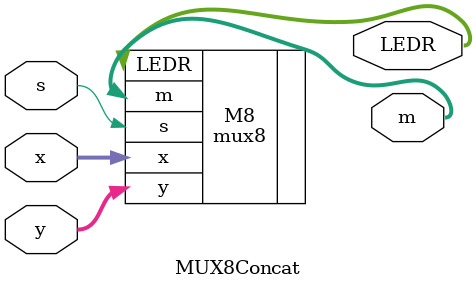
<source format=v>
module MUX8Concat(
input wire [7:0] x,				//set x to input for x input
input wire [7:0] y,				//set y to input for y input
input wire s,						//set s to input for selector
output wire [7:0] m,				//set m to output for mux output
output wire [9:4] LEDR			//set LEDR to output for unused LEDs
);

mux8 M8 (.LEDR(LEDR),			//set LEDR to LEDR of mux8
		.x(x),						//set x to x of mux8
		.y(y),						//set y to y of mux8
		.s(s),						//set s to s of mux8
		.m(m)							//set m to m of mux8
	
);

endmodule
</source>
